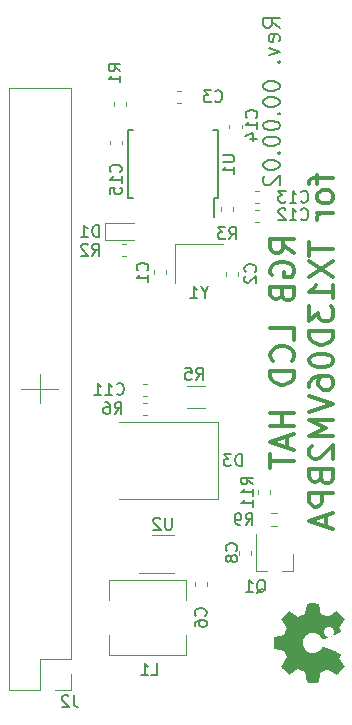
<source format=gbr>
G04 #@! TF.GenerationSoftware,KiCad,Pcbnew,5.1.9+dfsg1-1~bpo10+1*
G04 #@! TF.CreationDate,2021-04-26T12:45:50+00:00*
G04 #@! TF.ProjectId,rgb_lcd_pihat,7267625f-6c63-4645-9f70-696861742e6b,rev?*
G04 #@! TF.SameCoordinates,Original*
G04 #@! TF.FileFunction,Legend,Bot*
G04 #@! TF.FilePolarity,Positive*
%FSLAX46Y46*%
G04 Gerber Fmt 4.6, Leading zero omitted, Abs format (unit mm)*
G04 Created by KiCad (PCBNEW 5.1.9+dfsg1-1~bpo10+1) date 2021-04-26 12:45:50*
%MOMM*%
%LPD*%
G01*
G04 APERTURE LIST*
%ADD10C,0.200000*%
%ADD11C,0.300000*%
%ADD12C,0.010000*%
%ADD13C,0.120000*%
%ADD14C,0.150000*%
%ADD15C,2.000000*%
%ADD16R,0.800000X1.900000*%
%ADD17C,0.600000*%
%ADD18O,0.900000X1.700000*%
%ADD19O,0.900000X2.000000*%
%ADD20R,1.400000X1.200000*%
%ADD21C,3.200000*%
%ADD22R,1.700000X1.700000*%
%ADD23O,1.700000X1.700000*%
%ADD24R,1.500000X2.400000*%
%ADD25C,0.900000*%
%ADD26R,0.450000X1.750000*%
%ADD27R,1.560000X0.650000*%
%ADD28R,2.500000X3.300000*%
G04 APERTURE END LIST*
D10*
X64033333Y-36966666D02*
X63366666Y-36500000D01*
X64033333Y-36166666D02*
X62633333Y-36166666D01*
X62633333Y-36700000D01*
X62700000Y-36833333D01*
X62766666Y-36900000D01*
X62900000Y-36966666D01*
X63100000Y-36966666D01*
X63233333Y-36900000D01*
X63300000Y-36833333D01*
X63366666Y-36700000D01*
X63366666Y-36166666D01*
X63966666Y-38100000D02*
X64033333Y-37966666D01*
X64033333Y-37700000D01*
X63966666Y-37566666D01*
X63833333Y-37500000D01*
X63300000Y-37500000D01*
X63166666Y-37566666D01*
X63100000Y-37700000D01*
X63100000Y-37966666D01*
X63166666Y-38100000D01*
X63300000Y-38166666D01*
X63433333Y-38166666D01*
X63566666Y-37500000D01*
X63100000Y-38633333D02*
X64033333Y-38966666D01*
X63100000Y-39300000D01*
X63900000Y-39833333D02*
X63966666Y-39900000D01*
X64033333Y-39833333D01*
X63966666Y-39766666D01*
X63900000Y-39833333D01*
X64033333Y-39833333D01*
X62633333Y-41833333D02*
X62633333Y-41966666D01*
X62700000Y-42099999D01*
X62766666Y-42166666D01*
X62900000Y-42233333D01*
X63166666Y-42299999D01*
X63500000Y-42299999D01*
X63766666Y-42233333D01*
X63900000Y-42166666D01*
X63966666Y-42099999D01*
X64033333Y-41966666D01*
X64033333Y-41833333D01*
X63966666Y-41699999D01*
X63900000Y-41633333D01*
X63766666Y-41566666D01*
X63500000Y-41499999D01*
X63166666Y-41499999D01*
X62900000Y-41566666D01*
X62766666Y-41633333D01*
X62700000Y-41699999D01*
X62633333Y-41833333D01*
X62633333Y-43166666D02*
X62633333Y-43299999D01*
X62700000Y-43433333D01*
X62766666Y-43499999D01*
X62900000Y-43566666D01*
X63166666Y-43633333D01*
X63500000Y-43633333D01*
X63766666Y-43566666D01*
X63900000Y-43499999D01*
X63966666Y-43433333D01*
X64033333Y-43299999D01*
X64033333Y-43166666D01*
X63966666Y-43033333D01*
X63900000Y-42966666D01*
X63766666Y-42899999D01*
X63500000Y-42833333D01*
X63166666Y-42833333D01*
X62900000Y-42899999D01*
X62766666Y-42966666D01*
X62700000Y-43033333D01*
X62633333Y-43166666D01*
X63900000Y-44233333D02*
X63966666Y-44299999D01*
X64033333Y-44233333D01*
X63966666Y-44166666D01*
X63900000Y-44233333D01*
X64033333Y-44233333D01*
X62633333Y-45166666D02*
X62633333Y-45299999D01*
X62700000Y-45433333D01*
X62766666Y-45499999D01*
X62900000Y-45566666D01*
X63166666Y-45633333D01*
X63500000Y-45633333D01*
X63766666Y-45566666D01*
X63900000Y-45499999D01*
X63966666Y-45433333D01*
X64033333Y-45299999D01*
X64033333Y-45166666D01*
X63966666Y-45033333D01*
X63900000Y-44966666D01*
X63766666Y-44899999D01*
X63500000Y-44833333D01*
X63166666Y-44833333D01*
X62900000Y-44899999D01*
X62766666Y-44966666D01*
X62700000Y-45033333D01*
X62633333Y-45166666D01*
X62633333Y-46499999D02*
X62633333Y-46633333D01*
X62700000Y-46766666D01*
X62766666Y-46833333D01*
X62900000Y-46899999D01*
X63166666Y-46966666D01*
X63500000Y-46966666D01*
X63766666Y-46899999D01*
X63900000Y-46833333D01*
X63966666Y-46766666D01*
X64033333Y-46633333D01*
X64033333Y-46499999D01*
X63966666Y-46366666D01*
X63900000Y-46299999D01*
X63766666Y-46233333D01*
X63500000Y-46166666D01*
X63166666Y-46166666D01*
X62900000Y-46233333D01*
X62766666Y-46299999D01*
X62700000Y-46366666D01*
X62633333Y-46499999D01*
X63900000Y-47566666D02*
X63966666Y-47633333D01*
X64033333Y-47566666D01*
X63966666Y-47499999D01*
X63900000Y-47566666D01*
X64033333Y-47566666D01*
X62633333Y-48499999D02*
X62633333Y-48633333D01*
X62700000Y-48766666D01*
X62766666Y-48833333D01*
X62900000Y-48899999D01*
X63166666Y-48966666D01*
X63500000Y-48966666D01*
X63766666Y-48899999D01*
X63900000Y-48833333D01*
X63966666Y-48766666D01*
X64033333Y-48633333D01*
X64033333Y-48499999D01*
X63966666Y-48366666D01*
X63900000Y-48299999D01*
X63766666Y-48233333D01*
X63500000Y-48166666D01*
X63166666Y-48166666D01*
X62900000Y-48233333D01*
X62766666Y-48299999D01*
X62700000Y-48366666D01*
X62633333Y-48499999D01*
X62766666Y-49499999D02*
X62700000Y-49566666D01*
X62633333Y-49699999D01*
X62633333Y-50033333D01*
X62700000Y-50166666D01*
X62766666Y-50233333D01*
X62900000Y-50299999D01*
X63033333Y-50299999D01*
X63233333Y-50233333D01*
X64033333Y-49433333D01*
X64033333Y-50299999D01*
D11*
X65254761Y-56019047D02*
X64302380Y-55352380D01*
X65254761Y-54876190D02*
X63254761Y-54876190D01*
X63254761Y-55638095D01*
X63350000Y-55828571D01*
X63445238Y-55923809D01*
X63635714Y-56019047D01*
X63921428Y-56019047D01*
X64111904Y-55923809D01*
X64207142Y-55828571D01*
X64302380Y-55638095D01*
X64302380Y-54876190D01*
X63350000Y-57923809D02*
X63254761Y-57733333D01*
X63254761Y-57447619D01*
X63350000Y-57161904D01*
X63540476Y-56971428D01*
X63730952Y-56876190D01*
X64111904Y-56780952D01*
X64397619Y-56780952D01*
X64778571Y-56876190D01*
X64969047Y-56971428D01*
X65159523Y-57161904D01*
X65254761Y-57447619D01*
X65254761Y-57638095D01*
X65159523Y-57923809D01*
X65064285Y-58019047D01*
X64397619Y-58019047D01*
X64397619Y-57638095D01*
X64207142Y-59542857D02*
X64302380Y-59828571D01*
X64397619Y-59923809D01*
X64588095Y-60019047D01*
X64873809Y-60019047D01*
X65064285Y-59923809D01*
X65159523Y-59828571D01*
X65254761Y-59638095D01*
X65254761Y-58876190D01*
X63254761Y-58876190D01*
X63254761Y-59542857D01*
X63350000Y-59733333D01*
X63445238Y-59828571D01*
X63635714Y-59923809D01*
X63826190Y-59923809D01*
X64016666Y-59828571D01*
X64111904Y-59733333D01*
X64207142Y-59542857D01*
X64207142Y-58876190D01*
X65254761Y-63352380D02*
X65254761Y-62400000D01*
X63254761Y-62400000D01*
X65064285Y-65161904D02*
X65159523Y-65066666D01*
X65254761Y-64780952D01*
X65254761Y-64590476D01*
X65159523Y-64304761D01*
X64969047Y-64114285D01*
X64778571Y-64019047D01*
X64397619Y-63923809D01*
X64111904Y-63923809D01*
X63730952Y-64019047D01*
X63540476Y-64114285D01*
X63350000Y-64304761D01*
X63254761Y-64590476D01*
X63254761Y-64780952D01*
X63350000Y-65066666D01*
X63445238Y-65161904D01*
X65254761Y-66019047D02*
X63254761Y-66019047D01*
X63254761Y-66495238D01*
X63350000Y-66780952D01*
X63540476Y-66971428D01*
X63730952Y-67066666D01*
X64111904Y-67161904D01*
X64397619Y-67161904D01*
X64778571Y-67066666D01*
X64969047Y-66971428D01*
X65159523Y-66780952D01*
X65254761Y-66495238D01*
X65254761Y-66019047D01*
X65254761Y-69542857D02*
X63254761Y-69542857D01*
X64207142Y-69542857D02*
X64207142Y-70685714D01*
X65254761Y-70685714D02*
X63254761Y-70685714D01*
X64683333Y-71542857D02*
X64683333Y-72495238D01*
X65254761Y-71352380D02*
X63254761Y-72019047D01*
X65254761Y-72685714D01*
X63254761Y-73066666D02*
X63254761Y-74209523D01*
X65254761Y-73638095D02*
X63254761Y-73638095D01*
X67221428Y-49400000D02*
X67221428Y-50161904D01*
X68554761Y-49685714D02*
X66840476Y-49685714D01*
X66650000Y-49780952D01*
X66554761Y-49971428D01*
X66554761Y-50161904D01*
X68554761Y-51114285D02*
X68459523Y-50923809D01*
X68364285Y-50828571D01*
X68173809Y-50733333D01*
X67602380Y-50733333D01*
X67411904Y-50828571D01*
X67316666Y-50923809D01*
X67221428Y-51114285D01*
X67221428Y-51400000D01*
X67316666Y-51590476D01*
X67411904Y-51685714D01*
X67602380Y-51780952D01*
X68173809Y-51780952D01*
X68364285Y-51685714D01*
X68459523Y-51590476D01*
X68554761Y-51400000D01*
X68554761Y-51114285D01*
X68554761Y-52638095D02*
X67221428Y-52638095D01*
X67602380Y-52638095D02*
X67411904Y-52733333D01*
X67316666Y-52828571D01*
X67221428Y-53019047D01*
X67221428Y-53209523D01*
X66554761Y-55114285D02*
X66554761Y-56257142D01*
X68554761Y-55685714D02*
X66554761Y-55685714D01*
X66554761Y-56733333D02*
X68554761Y-58066666D01*
X66554761Y-58066666D02*
X68554761Y-56733333D01*
X68554761Y-59876190D02*
X68554761Y-58733333D01*
X68554761Y-59304761D02*
X66554761Y-59304761D01*
X66840476Y-59114285D01*
X67030952Y-58923809D01*
X67126190Y-58733333D01*
X66554761Y-60542857D02*
X66554761Y-61780952D01*
X67316666Y-61114285D01*
X67316666Y-61400000D01*
X67411904Y-61590476D01*
X67507142Y-61685714D01*
X67697619Y-61780952D01*
X68173809Y-61780952D01*
X68364285Y-61685714D01*
X68459523Y-61590476D01*
X68554761Y-61400000D01*
X68554761Y-60828571D01*
X68459523Y-60638095D01*
X68364285Y-60542857D01*
X68554761Y-62638095D02*
X66554761Y-62638095D01*
X66554761Y-63114285D01*
X66650000Y-63400000D01*
X66840476Y-63590476D01*
X67030952Y-63685714D01*
X67411904Y-63780952D01*
X67697619Y-63780952D01*
X68078571Y-63685714D01*
X68269047Y-63590476D01*
X68459523Y-63400000D01*
X68554761Y-63114285D01*
X68554761Y-62638095D01*
X66554761Y-65019047D02*
X66554761Y-65209523D01*
X66650000Y-65399999D01*
X66745238Y-65495238D01*
X66935714Y-65590476D01*
X67316666Y-65685714D01*
X67792857Y-65685714D01*
X68173809Y-65590476D01*
X68364285Y-65495238D01*
X68459523Y-65399999D01*
X68554761Y-65209523D01*
X68554761Y-65019047D01*
X68459523Y-64828571D01*
X68364285Y-64733333D01*
X68173809Y-64638095D01*
X67792857Y-64542857D01*
X67316666Y-64542857D01*
X66935714Y-64638095D01*
X66745238Y-64733333D01*
X66650000Y-64828571D01*
X66554761Y-65019047D01*
X66554761Y-67400000D02*
X66554761Y-67019047D01*
X66650000Y-66828571D01*
X66745238Y-66733333D01*
X67030952Y-66542857D01*
X67411904Y-66447619D01*
X68173809Y-66447619D01*
X68364285Y-66542857D01*
X68459523Y-66638095D01*
X68554761Y-66828571D01*
X68554761Y-67209523D01*
X68459523Y-67400000D01*
X68364285Y-67495238D01*
X68173809Y-67590476D01*
X67697619Y-67590476D01*
X67507142Y-67495238D01*
X67411904Y-67400000D01*
X67316666Y-67209523D01*
X67316666Y-66828571D01*
X67411904Y-66638095D01*
X67507142Y-66542857D01*
X67697619Y-66447619D01*
X66554761Y-68161904D02*
X68554761Y-68828571D01*
X66554761Y-69495238D01*
X68554761Y-70161904D02*
X66554761Y-70161904D01*
X67983333Y-70828571D01*
X66554761Y-71495238D01*
X68554761Y-71495238D01*
X66745238Y-72352380D02*
X66650000Y-72447619D01*
X66554761Y-72638095D01*
X66554761Y-73114285D01*
X66650000Y-73304761D01*
X66745238Y-73400000D01*
X66935714Y-73495238D01*
X67126190Y-73495238D01*
X67411904Y-73400000D01*
X68554761Y-72257142D01*
X68554761Y-73495238D01*
X67507142Y-75019047D02*
X67602380Y-75304761D01*
X67697619Y-75400000D01*
X67888095Y-75495238D01*
X68173809Y-75495238D01*
X68364285Y-75400000D01*
X68459523Y-75304761D01*
X68554761Y-75114285D01*
X68554761Y-74352380D01*
X66554761Y-74352380D01*
X66554761Y-75019047D01*
X66650000Y-75209523D01*
X66745238Y-75304761D01*
X66935714Y-75400000D01*
X67126190Y-75400000D01*
X67316666Y-75304761D01*
X67411904Y-75209523D01*
X67507142Y-75019047D01*
X67507142Y-74352380D01*
X68554761Y-76352380D02*
X66554761Y-76352380D01*
X66554761Y-77114285D01*
X66650000Y-77304761D01*
X66745238Y-77400000D01*
X66935714Y-77495238D01*
X67221428Y-77495238D01*
X67411904Y-77400000D01*
X67507142Y-77304761D01*
X67602380Y-77114285D01*
X67602380Y-76352380D01*
X67983333Y-78257142D02*
X67983333Y-79209523D01*
X68554761Y-78066666D02*
X66554761Y-78733333D01*
X68554761Y-79400000D01*
D12*
G36*
X63968931Y-89555814D02*
G01*
X64413555Y-89639635D01*
X64541053Y-89948920D01*
X64668551Y-90258206D01*
X64416246Y-90629246D01*
X64345996Y-90733157D01*
X64283272Y-90827087D01*
X64230938Y-90906652D01*
X64191857Y-90967470D01*
X64168893Y-91005157D01*
X64163942Y-91015421D01*
X64176676Y-91033910D01*
X64211882Y-91073420D01*
X64265062Y-91129522D01*
X64331718Y-91197787D01*
X64407354Y-91273786D01*
X64487472Y-91353092D01*
X64567574Y-91431275D01*
X64643164Y-91503907D01*
X64709745Y-91566559D01*
X64762818Y-91614803D01*
X64797887Y-91644210D01*
X64809623Y-91651241D01*
X64831260Y-91641123D01*
X64878662Y-91612759D01*
X64947193Y-91569129D01*
X65032215Y-91513218D01*
X65129093Y-91448006D01*
X65184350Y-91410219D01*
X65285248Y-91341343D01*
X65376299Y-91280140D01*
X65452970Y-91229578D01*
X65510728Y-91192628D01*
X65545043Y-91172258D01*
X65552254Y-91169197D01*
X65572748Y-91176136D01*
X65620513Y-91195051D01*
X65688832Y-91223087D01*
X65770989Y-91257391D01*
X65860270Y-91295109D01*
X65949958Y-91333387D01*
X66033338Y-91369370D01*
X66103694Y-91400206D01*
X66154310Y-91423039D01*
X66178471Y-91435017D01*
X66179422Y-91435724D01*
X66184036Y-91454531D01*
X66194328Y-91504618D01*
X66209287Y-91580793D01*
X66227901Y-91677865D01*
X66249159Y-91790643D01*
X66261418Y-91856442D01*
X66284362Y-91976950D01*
X66306195Y-92085797D01*
X66325722Y-92177476D01*
X66341748Y-92246481D01*
X66353079Y-92287304D01*
X66356674Y-92295511D01*
X66381006Y-92303548D01*
X66435959Y-92310033D01*
X66515108Y-92314970D01*
X66612026Y-92318364D01*
X66720287Y-92320218D01*
X66833465Y-92320538D01*
X66945135Y-92319327D01*
X67048868Y-92316590D01*
X67138241Y-92312331D01*
X67206826Y-92306555D01*
X67248197Y-92299267D01*
X67256810Y-92294895D01*
X67267133Y-92268764D01*
X67281892Y-92213393D01*
X67299352Y-92136107D01*
X67317780Y-92044230D01*
X67323741Y-92012158D01*
X67352066Y-91857524D01*
X67374876Y-91735375D01*
X67393080Y-91641673D01*
X67407583Y-91572384D01*
X67419292Y-91523471D01*
X67429115Y-91490897D01*
X67437956Y-91470628D01*
X67446724Y-91458626D01*
X67448457Y-91456947D01*
X67476371Y-91440184D01*
X67530695Y-91414614D01*
X67604777Y-91382788D01*
X67691965Y-91347260D01*
X67785608Y-91310583D01*
X67879052Y-91275311D01*
X67965647Y-91243996D01*
X68038740Y-91219193D01*
X68091678Y-91203454D01*
X68117811Y-91199332D01*
X68118726Y-91199676D01*
X68140086Y-91213641D01*
X68187084Y-91245322D01*
X68254827Y-91291391D01*
X68338423Y-91348518D01*
X68432982Y-91413373D01*
X68459854Y-91431843D01*
X68557275Y-91497699D01*
X68646163Y-91555650D01*
X68721412Y-91602538D01*
X68777920Y-91635207D01*
X68810581Y-91650500D01*
X68814593Y-91651241D01*
X68835684Y-91638392D01*
X68877464Y-91602888D01*
X68935445Y-91549293D01*
X69005135Y-91482171D01*
X69082045Y-91406087D01*
X69161683Y-91325604D01*
X69239561Y-91245287D01*
X69311186Y-91169699D01*
X69372070Y-91103405D01*
X69417721Y-91050969D01*
X69443650Y-91016955D01*
X69447883Y-91007545D01*
X69437912Y-90985643D01*
X69411020Y-90940800D01*
X69371736Y-90880321D01*
X69340117Y-90833789D01*
X69282098Y-90749475D01*
X69213784Y-90649626D01*
X69145579Y-90549473D01*
X69109075Y-90495627D01*
X68985800Y-90313371D01*
X69068520Y-90160381D01*
X69104759Y-90090682D01*
X69132926Y-90031414D01*
X69148991Y-89991311D01*
X69151226Y-89981103D01*
X69134722Y-89968829D01*
X69088082Y-89944613D01*
X69015609Y-89910263D01*
X68921606Y-89867588D01*
X68810374Y-89818394D01*
X68686215Y-89764490D01*
X68553432Y-89707684D01*
X68416327Y-89649782D01*
X68279202Y-89592593D01*
X68146358Y-89537924D01*
X68022098Y-89487584D01*
X67910725Y-89443380D01*
X67816539Y-89407119D01*
X67743844Y-89380609D01*
X67696941Y-89365658D01*
X67680833Y-89363254D01*
X67660286Y-89382311D01*
X67626933Y-89424036D01*
X67587702Y-89479706D01*
X67584599Y-89484378D01*
X67469423Y-89628264D01*
X67335053Y-89744283D01*
X67185784Y-89831430D01*
X67025913Y-89888699D01*
X66859737Y-89915086D01*
X66691552Y-89909585D01*
X66525655Y-89871190D01*
X66366342Y-89798895D01*
X66331487Y-89777626D01*
X66190737Y-89666996D01*
X66077714Y-89536302D01*
X65993003Y-89390064D01*
X65937194Y-89232808D01*
X65910874Y-89069057D01*
X65914630Y-88903333D01*
X65949050Y-88740162D01*
X66014723Y-88584065D01*
X66112235Y-88439567D01*
X66151813Y-88394869D01*
X66275703Y-88281112D01*
X66406124Y-88198218D01*
X66552315Y-88141356D01*
X66697088Y-88109687D01*
X66859860Y-88101869D01*
X67023440Y-88127938D01*
X67182298Y-88185245D01*
X67330906Y-88271144D01*
X67463735Y-88382986D01*
X67575256Y-88518123D01*
X67587011Y-88535883D01*
X67625508Y-88592150D01*
X67658863Y-88634923D01*
X67680160Y-88655372D01*
X67680833Y-88655669D01*
X67703871Y-88651279D01*
X67756157Y-88633876D01*
X67833390Y-88605268D01*
X67931268Y-88567265D01*
X68045491Y-88521674D01*
X68171758Y-88470303D01*
X68305767Y-88414962D01*
X68443218Y-88357458D01*
X68579808Y-88299601D01*
X68711237Y-88243198D01*
X68833205Y-88190058D01*
X68941409Y-88141990D01*
X69031549Y-88100801D01*
X69099323Y-88068301D01*
X69140430Y-88046297D01*
X69151226Y-88037436D01*
X69142819Y-88010360D01*
X69120272Y-87959697D01*
X69087613Y-87894183D01*
X69068520Y-87858159D01*
X68985800Y-87705168D01*
X69109075Y-87522912D01*
X69172228Y-87429875D01*
X69241727Y-87328015D01*
X69307165Y-87232562D01*
X69340117Y-87184750D01*
X69385273Y-87117505D01*
X69421057Y-87060564D01*
X69442938Y-87021354D01*
X69447563Y-87008619D01*
X69435085Y-86990083D01*
X69400252Y-86949059D01*
X69346678Y-86889525D01*
X69277983Y-86815458D01*
X69197781Y-86730835D01*
X69146286Y-86677315D01*
X69054286Y-86583681D01*
X68971999Y-86502759D01*
X68902945Y-86437823D01*
X68850644Y-86392142D01*
X68818616Y-86368989D01*
X68812116Y-86366768D01*
X68787394Y-86377076D01*
X68737405Y-86405561D01*
X68667212Y-86449063D01*
X68581875Y-86504423D01*
X68486456Y-86568480D01*
X68459854Y-86586697D01*
X68363167Y-86653073D01*
X68276117Y-86712622D01*
X68203595Y-86762016D01*
X68150493Y-86797925D01*
X68121703Y-86817019D01*
X68118726Y-86818864D01*
X68095782Y-86816105D01*
X68045336Y-86801462D01*
X67974041Y-86777487D01*
X67888547Y-86746734D01*
X67795507Y-86711756D01*
X67701574Y-86675107D01*
X67613399Y-86639339D01*
X67537634Y-86607006D01*
X67480931Y-86580662D01*
X67449943Y-86562858D01*
X67448457Y-86561593D01*
X67439601Y-86550706D01*
X67430843Y-86532318D01*
X67421277Y-86502394D01*
X67409996Y-86456897D01*
X67396093Y-86391791D01*
X67378663Y-86303039D01*
X67356798Y-86186607D01*
X67329591Y-86038458D01*
X67323741Y-86006382D01*
X67305374Y-85911314D01*
X67287405Y-85828435D01*
X67271569Y-85765070D01*
X67259600Y-85728542D01*
X67256810Y-85723644D01*
X67232072Y-85715573D01*
X67176790Y-85709013D01*
X67097389Y-85703967D01*
X67000296Y-85700441D01*
X66891938Y-85698439D01*
X66778740Y-85697964D01*
X66667128Y-85699023D01*
X66563529Y-85701618D01*
X66474368Y-85705754D01*
X66406072Y-85711437D01*
X66365066Y-85718669D01*
X66356674Y-85723029D01*
X66348208Y-85747302D01*
X66334435Y-85802574D01*
X66316550Y-85883338D01*
X66295748Y-85984088D01*
X66273223Y-86099317D01*
X66261418Y-86162098D01*
X66239151Y-86281213D01*
X66218979Y-86387435D01*
X66201915Y-86475573D01*
X66188969Y-86540434D01*
X66181155Y-86576826D01*
X66179422Y-86582816D01*
X66159890Y-86592939D01*
X66112843Y-86614338D01*
X66045003Y-86644161D01*
X65963091Y-86679555D01*
X65873828Y-86717668D01*
X65783935Y-86755647D01*
X65700135Y-86790640D01*
X65629147Y-86819794D01*
X65577694Y-86840257D01*
X65552497Y-86849177D01*
X65551396Y-86849343D01*
X65531519Y-86839231D01*
X65485777Y-86810883D01*
X65418717Y-86767277D01*
X65334884Y-86711394D01*
X65238826Y-86646213D01*
X65183650Y-86608321D01*
X65082481Y-86539275D01*
X64990630Y-86477950D01*
X64912744Y-86427337D01*
X64853469Y-86390429D01*
X64817451Y-86370218D01*
X64809377Y-86367299D01*
X64790584Y-86379847D01*
X64750457Y-86414537D01*
X64693493Y-86466937D01*
X64624185Y-86532616D01*
X64547031Y-86607144D01*
X64466525Y-86686087D01*
X64387163Y-86765017D01*
X64313440Y-86839500D01*
X64249852Y-86905106D01*
X64200894Y-86957404D01*
X64171061Y-86991961D01*
X64163942Y-87003522D01*
X64173953Y-87022346D01*
X64202078Y-87067369D01*
X64245454Y-87134213D01*
X64301218Y-87218501D01*
X64366506Y-87315856D01*
X64416246Y-87389293D01*
X64668551Y-87760333D01*
X64413555Y-88378905D01*
X63968931Y-88462725D01*
X63524307Y-88546546D01*
X63524307Y-89471994D01*
X63968931Y-89555814D01*
G37*
X63968931Y-89555814D02*
X64413555Y-89639635D01*
X64541053Y-89948920D01*
X64668551Y-90258206D01*
X64416246Y-90629246D01*
X64345996Y-90733157D01*
X64283272Y-90827087D01*
X64230938Y-90906652D01*
X64191857Y-90967470D01*
X64168893Y-91005157D01*
X64163942Y-91015421D01*
X64176676Y-91033910D01*
X64211882Y-91073420D01*
X64265062Y-91129522D01*
X64331718Y-91197787D01*
X64407354Y-91273786D01*
X64487472Y-91353092D01*
X64567574Y-91431275D01*
X64643164Y-91503907D01*
X64709745Y-91566559D01*
X64762818Y-91614803D01*
X64797887Y-91644210D01*
X64809623Y-91651241D01*
X64831260Y-91641123D01*
X64878662Y-91612759D01*
X64947193Y-91569129D01*
X65032215Y-91513218D01*
X65129093Y-91448006D01*
X65184350Y-91410219D01*
X65285248Y-91341343D01*
X65376299Y-91280140D01*
X65452970Y-91229578D01*
X65510728Y-91192628D01*
X65545043Y-91172258D01*
X65552254Y-91169197D01*
X65572748Y-91176136D01*
X65620513Y-91195051D01*
X65688832Y-91223087D01*
X65770989Y-91257391D01*
X65860270Y-91295109D01*
X65949958Y-91333387D01*
X66033338Y-91369370D01*
X66103694Y-91400206D01*
X66154310Y-91423039D01*
X66178471Y-91435017D01*
X66179422Y-91435724D01*
X66184036Y-91454531D01*
X66194328Y-91504618D01*
X66209287Y-91580793D01*
X66227901Y-91677865D01*
X66249159Y-91790643D01*
X66261418Y-91856442D01*
X66284362Y-91976950D01*
X66306195Y-92085797D01*
X66325722Y-92177476D01*
X66341748Y-92246481D01*
X66353079Y-92287304D01*
X66356674Y-92295511D01*
X66381006Y-92303548D01*
X66435959Y-92310033D01*
X66515108Y-92314970D01*
X66612026Y-92318364D01*
X66720287Y-92320218D01*
X66833465Y-92320538D01*
X66945135Y-92319327D01*
X67048868Y-92316590D01*
X67138241Y-92312331D01*
X67206826Y-92306555D01*
X67248197Y-92299267D01*
X67256810Y-92294895D01*
X67267133Y-92268764D01*
X67281892Y-92213393D01*
X67299352Y-92136107D01*
X67317780Y-92044230D01*
X67323741Y-92012158D01*
X67352066Y-91857524D01*
X67374876Y-91735375D01*
X67393080Y-91641673D01*
X67407583Y-91572384D01*
X67419292Y-91523471D01*
X67429115Y-91490897D01*
X67437956Y-91470628D01*
X67446724Y-91458626D01*
X67448457Y-91456947D01*
X67476371Y-91440184D01*
X67530695Y-91414614D01*
X67604777Y-91382788D01*
X67691965Y-91347260D01*
X67785608Y-91310583D01*
X67879052Y-91275311D01*
X67965647Y-91243996D01*
X68038740Y-91219193D01*
X68091678Y-91203454D01*
X68117811Y-91199332D01*
X68118726Y-91199676D01*
X68140086Y-91213641D01*
X68187084Y-91245322D01*
X68254827Y-91291391D01*
X68338423Y-91348518D01*
X68432982Y-91413373D01*
X68459854Y-91431843D01*
X68557275Y-91497699D01*
X68646163Y-91555650D01*
X68721412Y-91602538D01*
X68777920Y-91635207D01*
X68810581Y-91650500D01*
X68814593Y-91651241D01*
X68835684Y-91638392D01*
X68877464Y-91602888D01*
X68935445Y-91549293D01*
X69005135Y-91482171D01*
X69082045Y-91406087D01*
X69161683Y-91325604D01*
X69239561Y-91245287D01*
X69311186Y-91169699D01*
X69372070Y-91103405D01*
X69417721Y-91050969D01*
X69443650Y-91016955D01*
X69447883Y-91007545D01*
X69437912Y-90985643D01*
X69411020Y-90940800D01*
X69371736Y-90880321D01*
X69340117Y-90833789D01*
X69282098Y-90749475D01*
X69213784Y-90649626D01*
X69145579Y-90549473D01*
X69109075Y-90495627D01*
X68985800Y-90313371D01*
X69068520Y-90160381D01*
X69104759Y-90090682D01*
X69132926Y-90031414D01*
X69148991Y-89991311D01*
X69151226Y-89981103D01*
X69134722Y-89968829D01*
X69088082Y-89944613D01*
X69015609Y-89910263D01*
X68921606Y-89867588D01*
X68810374Y-89818394D01*
X68686215Y-89764490D01*
X68553432Y-89707684D01*
X68416327Y-89649782D01*
X68279202Y-89592593D01*
X68146358Y-89537924D01*
X68022098Y-89487584D01*
X67910725Y-89443380D01*
X67816539Y-89407119D01*
X67743844Y-89380609D01*
X67696941Y-89365658D01*
X67680833Y-89363254D01*
X67660286Y-89382311D01*
X67626933Y-89424036D01*
X67587702Y-89479706D01*
X67584599Y-89484378D01*
X67469423Y-89628264D01*
X67335053Y-89744283D01*
X67185784Y-89831430D01*
X67025913Y-89888699D01*
X66859737Y-89915086D01*
X66691552Y-89909585D01*
X66525655Y-89871190D01*
X66366342Y-89798895D01*
X66331487Y-89777626D01*
X66190737Y-89666996D01*
X66077714Y-89536302D01*
X65993003Y-89390064D01*
X65937194Y-89232808D01*
X65910874Y-89069057D01*
X65914630Y-88903333D01*
X65949050Y-88740162D01*
X66014723Y-88584065D01*
X66112235Y-88439567D01*
X66151813Y-88394869D01*
X66275703Y-88281112D01*
X66406124Y-88198218D01*
X66552315Y-88141356D01*
X66697088Y-88109687D01*
X66859860Y-88101869D01*
X67023440Y-88127938D01*
X67182298Y-88185245D01*
X67330906Y-88271144D01*
X67463735Y-88382986D01*
X67575256Y-88518123D01*
X67587011Y-88535883D01*
X67625508Y-88592150D01*
X67658863Y-88634923D01*
X67680160Y-88655372D01*
X67680833Y-88655669D01*
X67703871Y-88651279D01*
X67756157Y-88633876D01*
X67833390Y-88605268D01*
X67931268Y-88567265D01*
X68045491Y-88521674D01*
X68171758Y-88470303D01*
X68305767Y-88414962D01*
X68443218Y-88357458D01*
X68579808Y-88299601D01*
X68711237Y-88243198D01*
X68833205Y-88190058D01*
X68941409Y-88141990D01*
X69031549Y-88100801D01*
X69099323Y-88068301D01*
X69140430Y-88046297D01*
X69151226Y-88037436D01*
X69142819Y-88010360D01*
X69120272Y-87959697D01*
X69087613Y-87894183D01*
X69068520Y-87858159D01*
X68985800Y-87705168D01*
X69109075Y-87522912D01*
X69172228Y-87429875D01*
X69241727Y-87328015D01*
X69307165Y-87232562D01*
X69340117Y-87184750D01*
X69385273Y-87117505D01*
X69421057Y-87060564D01*
X69442938Y-87021354D01*
X69447563Y-87008619D01*
X69435085Y-86990083D01*
X69400252Y-86949059D01*
X69346678Y-86889525D01*
X69277983Y-86815458D01*
X69197781Y-86730835D01*
X69146286Y-86677315D01*
X69054286Y-86583681D01*
X68971999Y-86502759D01*
X68902945Y-86437823D01*
X68850644Y-86392142D01*
X68818616Y-86368989D01*
X68812116Y-86366768D01*
X68787394Y-86377076D01*
X68737405Y-86405561D01*
X68667212Y-86449063D01*
X68581875Y-86504423D01*
X68486456Y-86568480D01*
X68459854Y-86586697D01*
X68363167Y-86653073D01*
X68276117Y-86712622D01*
X68203595Y-86762016D01*
X68150493Y-86797925D01*
X68121703Y-86817019D01*
X68118726Y-86818864D01*
X68095782Y-86816105D01*
X68045336Y-86801462D01*
X67974041Y-86777487D01*
X67888547Y-86746734D01*
X67795507Y-86711756D01*
X67701574Y-86675107D01*
X67613399Y-86639339D01*
X67537634Y-86607006D01*
X67480931Y-86580662D01*
X67449943Y-86562858D01*
X67448457Y-86561593D01*
X67439601Y-86550706D01*
X67430843Y-86532318D01*
X67421277Y-86502394D01*
X67409996Y-86456897D01*
X67396093Y-86391791D01*
X67378663Y-86303039D01*
X67356798Y-86186607D01*
X67329591Y-86038458D01*
X67323741Y-86006382D01*
X67305374Y-85911314D01*
X67287405Y-85828435D01*
X67271569Y-85765070D01*
X67259600Y-85728542D01*
X67256810Y-85723644D01*
X67232072Y-85715573D01*
X67176790Y-85709013D01*
X67097389Y-85703967D01*
X67000296Y-85700441D01*
X66891938Y-85698439D01*
X66778740Y-85697964D01*
X66667128Y-85699023D01*
X66563529Y-85701618D01*
X66474368Y-85705754D01*
X66406072Y-85711437D01*
X66365066Y-85718669D01*
X66356674Y-85723029D01*
X66348208Y-85747302D01*
X66334435Y-85802574D01*
X66316550Y-85883338D01*
X66295748Y-85984088D01*
X66273223Y-86099317D01*
X66261418Y-86162098D01*
X66239151Y-86281213D01*
X66218979Y-86387435D01*
X66201915Y-86475573D01*
X66188969Y-86540434D01*
X66181155Y-86576826D01*
X66179422Y-86582816D01*
X66159890Y-86592939D01*
X66112843Y-86614338D01*
X66045003Y-86644161D01*
X65963091Y-86679555D01*
X65873828Y-86717668D01*
X65783935Y-86755647D01*
X65700135Y-86790640D01*
X65629147Y-86819794D01*
X65577694Y-86840257D01*
X65552497Y-86849177D01*
X65551396Y-86849343D01*
X65531519Y-86839231D01*
X65485777Y-86810883D01*
X65418717Y-86767277D01*
X65334884Y-86711394D01*
X65238826Y-86646213D01*
X65183650Y-86608321D01*
X65082481Y-86539275D01*
X64990630Y-86477950D01*
X64912744Y-86427337D01*
X64853469Y-86390429D01*
X64817451Y-86370218D01*
X64809377Y-86367299D01*
X64790584Y-86379847D01*
X64750457Y-86414537D01*
X64693493Y-86466937D01*
X64624185Y-86532616D01*
X64547031Y-86607144D01*
X64466525Y-86686087D01*
X64387163Y-86765017D01*
X64313440Y-86839500D01*
X64249852Y-86905106D01*
X64200894Y-86957404D01*
X64171061Y-86991961D01*
X64163942Y-87003522D01*
X64173953Y-87022346D01*
X64202078Y-87067369D01*
X64245454Y-87134213D01*
X64301218Y-87218501D01*
X64366506Y-87315856D01*
X64416246Y-87389293D01*
X64668551Y-87760333D01*
X64413555Y-88378905D01*
X63968931Y-88462725D01*
X63524307Y-88546546D01*
X63524307Y-89471994D01*
X63968931Y-89555814D01*
D13*
X56222936Y-67290000D02*
X57677064Y-67290000D01*
X56222936Y-69110000D02*
X57677064Y-69110000D01*
X63260000Y-76078733D02*
X63260000Y-76421267D01*
X62240000Y-76078733D02*
X62240000Y-76421267D01*
X63345276Y-79122500D02*
X63854724Y-79122500D01*
X63345276Y-78077500D02*
X63854724Y-78077500D01*
X65180000Y-82960000D02*
X64250000Y-82960000D01*
X62020000Y-82960000D02*
X62950000Y-82960000D01*
X62020000Y-82960000D02*
X62020000Y-79800000D01*
X65180000Y-82960000D02*
X65180000Y-81500000D01*
X51010000Y-43546267D02*
X51010000Y-43203733D01*
X49990000Y-43546267D02*
X49990000Y-43203733D01*
X55200000Y-58600000D02*
X55200000Y-55300000D01*
X55200000Y-55300000D02*
X59200000Y-55300000D01*
X43750000Y-68760000D02*
X43750000Y-66260000D01*
X42100000Y-67510000D02*
X45300000Y-67510000D01*
X45000000Y-92990000D02*
X46330000Y-92990000D01*
X46330000Y-92990000D02*
X46330000Y-91660000D01*
X43730000Y-92990000D02*
X43730000Y-90390000D01*
X43730000Y-90390000D02*
X46330000Y-90390000D01*
X46330000Y-90390000D02*
X46330000Y-42070000D01*
X41130000Y-42070000D02*
X46330000Y-42070000D01*
X41130000Y-92990000D02*
X41130000Y-42070000D01*
X41130000Y-92990000D02*
X43730000Y-92990000D01*
X52846267Y-67090000D02*
X52503733Y-67090000D01*
X52846267Y-68110000D02*
X52503733Y-68110000D01*
X53390000Y-57503733D02*
X53390000Y-57846267D01*
X54410000Y-57503733D02*
X54410000Y-57846267D01*
X59490000Y-57603733D02*
X59490000Y-57946267D01*
X60510000Y-57603733D02*
X60510000Y-57946267D01*
X55353733Y-42290000D02*
X55696267Y-42290000D01*
X55353733Y-43310000D02*
X55696267Y-43310000D01*
X57910000Y-83853733D02*
X57910000Y-84196267D01*
X56890000Y-83853733D02*
X56890000Y-84196267D01*
X60590000Y-81253733D02*
X60590000Y-81596267D01*
X61610000Y-81253733D02*
X61610000Y-81596267D01*
X51725000Y-54935000D02*
X49265000Y-54935000D01*
X49265000Y-54935000D02*
X49265000Y-53465000D01*
X49265000Y-53465000D02*
X51725000Y-53465000D01*
X49550000Y-83700000D02*
X49550000Y-85400000D01*
X56150000Y-83700000D02*
X49550000Y-83700000D01*
X56150000Y-85400000D02*
X56150000Y-83700000D01*
X56150000Y-90100000D02*
X56150000Y-88400000D01*
X49550000Y-90100000D02*
X56150000Y-90100000D01*
X49550000Y-88400000D02*
X49550000Y-90100000D01*
X51046267Y-55290000D02*
X50703733Y-55290000D01*
X51046267Y-56310000D02*
X50703733Y-56310000D01*
X60110000Y-52496267D02*
X60110000Y-52153733D01*
X59090000Y-52496267D02*
X59090000Y-52153733D01*
X52846267Y-68690000D02*
X52503733Y-68690000D01*
X52846267Y-69710000D02*
X52503733Y-69710000D01*
D14*
X58475000Y-51375000D02*
X58475000Y-52975000D01*
X51175000Y-51375000D02*
X51175000Y-45625000D01*
X58825000Y-51375000D02*
X58825000Y-45625000D01*
X51175000Y-51375000D02*
X51625000Y-51375000D01*
X51175000Y-45625000D02*
X51625000Y-45625000D01*
X58825000Y-45625000D02*
X58375000Y-45625000D01*
X58825000Y-51375000D02*
X58475000Y-51375000D01*
D13*
X55050000Y-83160000D02*
X52100000Y-83160000D01*
X53250000Y-79940000D02*
X55050000Y-79940000D01*
X58800000Y-70350000D02*
X50400000Y-70350000D01*
X58800000Y-76850000D02*
X50400000Y-76850000D01*
X58800000Y-76850000D02*
X58800000Y-70350000D01*
X62246267Y-53410000D02*
X61953733Y-53410000D01*
X62246267Y-52390000D02*
X61953733Y-52390000D01*
X62246267Y-50790000D02*
X61953733Y-50790000D01*
X62246267Y-51810000D02*
X61953733Y-51810000D01*
X59790000Y-45153733D02*
X59790000Y-45446267D01*
X60810000Y-45153733D02*
X60810000Y-45446267D01*
X49690000Y-46808767D02*
X49690000Y-46516233D01*
X50710000Y-46808767D02*
X50710000Y-46516233D01*
D14*
X56966666Y-66752380D02*
X57300000Y-66276190D01*
X57538095Y-66752380D02*
X57538095Y-65752380D01*
X57157142Y-65752380D01*
X57061904Y-65800000D01*
X57014285Y-65847619D01*
X56966666Y-65942857D01*
X56966666Y-66085714D01*
X57014285Y-66180952D01*
X57061904Y-66228571D01*
X57157142Y-66276190D01*
X57538095Y-66276190D01*
X56061904Y-65752380D02*
X56538095Y-65752380D01*
X56585714Y-66228571D01*
X56538095Y-66180952D01*
X56442857Y-66133333D01*
X56204761Y-66133333D01*
X56109523Y-66180952D01*
X56061904Y-66228571D01*
X56014285Y-66323809D01*
X56014285Y-66561904D01*
X56061904Y-66657142D01*
X56109523Y-66704761D01*
X56204761Y-66752380D01*
X56442857Y-66752380D01*
X56538095Y-66704761D01*
X56585714Y-66657142D01*
X61772380Y-75607142D02*
X61296190Y-75273809D01*
X61772380Y-75035714D02*
X60772380Y-75035714D01*
X60772380Y-75416666D01*
X60820000Y-75511904D01*
X60867619Y-75559523D01*
X60962857Y-75607142D01*
X61105714Y-75607142D01*
X61200952Y-75559523D01*
X61248571Y-75511904D01*
X61296190Y-75416666D01*
X61296190Y-75035714D01*
X61772380Y-76559523D02*
X61772380Y-75988095D01*
X61772380Y-76273809D02*
X60772380Y-76273809D01*
X60915238Y-76178571D01*
X61010476Y-76083333D01*
X61058095Y-75988095D01*
X61772380Y-77511904D02*
X61772380Y-76940476D01*
X61772380Y-77226190D02*
X60772380Y-77226190D01*
X60915238Y-77130952D01*
X61010476Y-77035714D01*
X61058095Y-76940476D01*
X61166666Y-79052380D02*
X61500000Y-78576190D01*
X61738095Y-79052380D02*
X61738095Y-78052380D01*
X61357142Y-78052380D01*
X61261904Y-78100000D01*
X61214285Y-78147619D01*
X61166666Y-78242857D01*
X61166666Y-78385714D01*
X61214285Y-78480952D01*
X61261904Y-78528571D01*
X61357142Y-78576190D01*
X61738095Y-78576190D01*
X60690476Y-79052380D02*
X60500000Y-79052380D01*
X60404761Y-79004761D01*
X60357142Y-78957142D01*
X60261904Y-78814285D01*
X60214285Y-78623809D01*
X60214285Y-78242857D01*
X60261904Y-78147619D01*
X60309523Y-78100000D01*
X60404761Y-78052380D01*
X60595238Y-78052380D01*
X60690476Y-78100000D01*
X60738095Y-78147619D01*
X60785714Y-78242857D01*
X60785714Y-78480952D01*
X60738095Y-78576190D01*
X60690476Y-78623809D01*
X60595238Y-78671428D01*
X60404761Y-78671428D01*
X60309523Y-78623809D01*
X60261904Y-78576190D01*
X60214285Y-78480952D01*
X62095238Y-84797619D02*
X62190476Y-84750000D01*
X62285714Y-84654761D01*
X62428571Y-84511904D01*
X62523809Y-84464285D01*
X62619047Y-84464285D01*
X62571428Y-84702380D02*
X62666666Y-84654761D01*
X62761904Y-84559523D01*
X62809523Y-84369047D01*
X62809523Y-84035714D01*
X62761904Y-83845238D01*
X62666666Y-83750000D01*
X62571428Y-83702380D01*
X62380952Y-83702380D01*
X62285714Y-83750000D01*
X62190476Y-83845238D01*
X62142857Y-84035714D01*
X62142857Y-84369047D01*
X62190476Y-84559523D01*
X62285714Y-84654761D01*
X62380952Y-84702380D01*
X62571428Y-84702380D01*
X61190476Y-84702380D02*
X61761904Y-84702380D01*
X61476190Y-84702380D02*
X61476190Y-83702380D01*
X61571428Y-83845238D01*
X61666666Y-83940476D01*
X61761904Y-83988095D01*
X50552380Y-40633333D02*
X50076190Y-40300000D01*
X50552380Y-40061904D02*
X49552380Y-40061904D01*
X49552380Y-40442857D01*
X49600000Y-40538095D01*
X49647619Y-40585714D01*
X49742857Y-40633333D01*
X49885714Y-40633333D01*
X49980952Y-40585714D01*
X50028571Y-40538095D01*
X50076190Y-40442857D01*
X50076190Y-40061904D01*
X50552380Y-41585714D02*
X50552380Y-41014285D01*
X50552380Y-41300000D02*
X49552380Y-41300000D01*
X49695238Y-41204761D01*
X49790476Y-41109523D01*
X49838095Y-41014285D01*
X57676190Y-59376190D02*
X57676190Y-59852380D01*
X58009523Y-58852380D02*
X57676190Y-59376190D01*
X57342857Y-58852380D01*
X56485714Y-59852380D02*
X57057142Y-59852380D01*
X56771428Y-59852380D02*
X56771428Y-58852380D01*
X56866666Y-58995238D01*
X56961904Y-59090476D01*
X57057142Y-59138095D01*
X46583333Y-93452380D02*
X46583333Y-94166666D01*
X46630952Y-94309523D01*
X46726190Y-94404761D01*
X46869047Y-94452380D01*
X46964285Y-94452380D01*
X46154761Y-93547619D02*
X46107142Y-93500000D01*
X46011904Y-93452380D01*
X45773809Y-93452380D01*
X45678571Y-93500000D01*
X45630952Y-93547619D01*
X45583333Y-93642857D01*
X45583333Y-93738095D01*
X45630952Y-93880952D01*
X46202380Y-94452380D01*
X45583333Y-94452380D01*
X50242857Y-67957142D02*
X50290476Y-68004761D01*
X50433333Y-68052380D01*
X50528571Y-68052380D01*
X50671428Y-68004761D01*
X50766666Y-67909523D01*
X50814285Y-67814285D01*
X50861904Y-67623809D01*
X50861904Y-67480952D01*
X50814285Y-67290476D01*
X50766666Y-67195238D01*
X50671428Y-67100000D01*
X50528571Y-67052380D01*
X50433333Y-67052380D01*
X50290476Y-67100000D01*
X50242857Y-67147619D01*
X49290476Y-68052380D02*
X49861904Y-68052380D01*
X49576190Y-68052380D02*
X49576190Y-67052380D01*
X49671428Y-67195238D01*
X49766666Y-67290476D01*
X49861904Y-67338095D01*
X48338095Y-68052380D02*
X48909523Y-68052380D01*
X48623809Y-68052380D02*
X48623809Y-67052380D01*
X48719047Y-67195238D01*
X48814285Y-67290476D01*
X48909523Y-67338095D01*
X52827142Y-57508333D02*
X52874761Y-57460714D01*
X52922380Y-57317857D01*
X52922380Y-57222619D01*
X52874761Y-57079761D01*
X52779523Y-56984523D01*
X52684285Y-56936904D01*
X52493809Y-56889285D01*
X52350952Y-56889285D01*
X52160476Y-56936904D01*
X52065238Y-56984523D01*
X51970000Y-57079761D01*
X51922380Y-57222619D01*
X51922380Y-57317857D01*
X51970000Y-57460714D01*
X52017619Y-57508333D01*
X52922380Y-58460714D02*
X52922380Y-57889285D01*
X52922380Y-58175000D02*
X51922380Y-58175000D01*
X52065238Y-58079761D01*
X52160476Y-57984523D01*
X52208095Y-57889285D01*
X61957142Y-57608333D02*
X62004761Y-57560714D01*
X62052380Y-57417857D01*
X62052380Y-57322619D01*
X62004761Y-57179761D01*
X61909523Y-57084523D01*
X61814285Y-57036904D01*
X61623809Y-56989285D01*
X61480952Y-56989285D01*
X61290476Y-57036904D01*
X61195238Y-57084523D01*
X61100000Y-57179761D01*
X61052380Y-57322619D01*
X61052380Y-57417857D01*
X61100000Y-57560714D01*
X61147619Y-57608333D01*
X61147619Y-57989285D02*
X61100000Y-58036904D01*
X61052380Y-58132142D01*
X61052380Y-58370238D01*
X61100000Y-58465476D01*
X61147619Y-58513095D01*
X61242857Y-58560714D01*
X61338095Y-58560714D01*
X61480952Y-58513095D01*
X62052380Y-57941666D01*
X62052380Y-58560714D01*
X58566666Y-43157142D02*
X58614285Y-43204761D01*
X58757142Y-43252380D01*
X58852380Y-43252380D01*
X58995238Y-43204761D01*
X59090476Y-43109523D01*
X59138095Y-43014285D01*
X59185714Y-42823809D01*
X59185714Y-42680952D01*
X59138095Y-42490476D01*
X59090476Y-42395238D01*
X58995238Y-42300000D01*
X58852380Y-42252380D01*
X58757142Y-42252380D01*
X58614285Y-42300000D01*
X58566666Y-42347619D01*
X58233333Y-42252380D02*
X57614285Y-42252380D01*
X57947619Y-42633333D01*
X57804761Y-42633333D01*
X57709523Y-42680952D01*
X57661904Y-42728571D01*
X57614285Y-42823809D01*
X57614285Y-43061904D01*
X57661904Y-43157142D01*
X57709523Y-43204761D01*
X57804761Y-43252380D01*
X58090476Y-43252380D01*
X58185714Y-43204761D01*
X58233333Y-43157142D01*
X57757142Y-86733333D02*
X57804761Y-86685714D01*
X57852380Y-86542857D01*
X57852380Y-86447619D01*
X57804761Y-86304761D01*
X57709523Y-86209523D01*
X57614285Y-86161904D01*
X57423809Y-86114285D01*
X57280952Y-86114285D01*
X57090476Y-86161904D01*
X56995238Y-86209523D01*
X56900000Y-86304761D01*
X56852380Y-86447619D01*
X56852380Y-86542857D01*
X56900000Y-86685714D01*
X56947619Y-86733333D01*
X56852380Y-87590476D02*
X56852380Y-87400000D01*
X56900000Y-87304761D01*
X56947619Y-87257142D01*
X57090476Y-87161904D01*
X57280952Y-87114285D01*
X57661904Y-87114285D01*
X57757142Y-87161904D01*
X57804761Y-87209523D01*
X57852380Y-87304761D01*
X57852380Y-87495238D01*
X57804761Y-87590476D01*
X57757142Y-87638095D01*
X57661904Y-87685714D01*
X57423809Y-87685714D01*
X57328571Y-87638095D01*
X57280952Y-87590476D01*
X57233333Y-87495238D01*
X57233333Y-87304761D01*
X57280952Y-87209523D01*
X57328571Y-87161904D01*
X57423809Y-87114285D01*
X60357142Y-81233333D02*
X60404761Y-81185714D01*
X60452380Y-81042857D01*
X60452380Y-80947619D01*
X60404761Y-80804761D01*
X60309523Y-80709523D01*
X60214285Y-80661904D01*
X60023809Y-80614285D01*
X59880952Y-80614285D01*
X59690476Y-80661904D01*
X59595238Y-80709523D01*
X59500000Y-80804761D01*
X59452380Y-80947619D01*
X59452380Y-81042857D01*
X59500000Y-81185714D01*
X59547619Y-81233333D01*
X59880952Y-81804761D02*
X59833333Y-81709523D01*
X59785714Y-81661904D01*
X59690476Y-81614285D01*
X59642857Y-81614285D01*
X59547619Y-81661904D01*
X59500000Y-81709523D01*
X59452380Y-81804761D01*
X59452380Y-81995238D01*
X59500000Y-82090476D01*
X59547619Y-82138095D01*
X59642857Y-82185714D01*
X59690476Y-82185714D01*
X59785714Y-82138095D01*
X59833333Y-82090476D01*
X59880952Y-81995238D01*
X59880952Y-81804761D01*
X59928571Y-81709523D01*
X59976190Y-81661904D01*
X60071428Y-81614285D01*
X60261904Y-81614285D01*
X60357142Y-81661904D01*
X60404761Y-81709523D01*
X60452380Y-81804761D01*
X60452380Y-81995238D01*
X60404761Y-82090476D01*
X60357142Y-82138095D01*
X60261904Y-82185714D01*
X60071428Y-82185714D01*
X59976190Y-82138095D01*
X59928571Y-82090476D01*
X59880952Y-81995238D01*
X48738095Y-54652380D02*
X48738095Y-53652380D01*
X48500000Y-53652380D01*
X48357142Y-53700000D01*
X48261904Y-53795238D01*
X48214285Y-53890476D01*
X48166666Y-54080952D01*
X48166666Y-54223809D01*
X48214285Y-54414285D01*
X48261904Y-54509523D01*
X48357142Y-54604761D01*
X48500000Y-54652380D01*
X48738095Y-54652380D01*
X47214285Y-54652380D02*
X47785714Y-54652380D01*
X47500000Y-54652380D02*
X47500000Y-53652380D01*
X47595238Y-53795238D01*
X47690476Y-53890476D01*
X47785714Y-53938095D01*
X53166666Y-91752380D02*
X53642857Y-91752380D01*
X53642857Y-90752380D01*
X52309523Y-91752380D02*
X52880952Y-91752380D01*
X52595238Y-91752380D02*
X52595238Y-90752380D01*
X52690476Y-90895238D01*
X52785714Y-90990476D01*
X52880952Y-91038095D01*
X48166666Y-56252380D02*
X48500000Y-55776190D01*
X48738095Y-56252380D02*
X48738095Y-55252380D01*
X48357142Y-55252380D01*
X48261904Y-55300000D01*
X48214285Y-55347619D01*
X48166666Y-55442857D01*
X48166666Y-55585714D01*
X48214285Y-55680952D01*
X48261904Y-55728571D01*
X48357142Y-55776190D01*
X48738095Y-55776190D01*
X47785714Y-55347619D02*
X47738095Y-55300000D01*
X47642857Y-55252380D01*
X47404761Y-55252380D01*
X47309523Y-55300000D01*
X47261904Y-55347619D01*
X47214285Y-55442857D01*
X47214285Y-55538095D01*
X47261904Y-55680952D01*
X47833333Y-56252380D01*
X47214285Y-56252380D01*
X59766666Y-54852380D02*
X60100000Y-54376190D01*
X60338095Y-54852380D02*
X60338095Y-53852380D01*
X59957142Y-53852380D01*
X59861904Y-53900000D01*
X59814285Y-53947619D01*
X59766666Y-54042857D01*
X59766666Y-54185714D01*
X59814285Y-54280952D01*
X59861904Y-54328571D01*
X59957142Y-54376190D01*
X60338095Y-54376190D01*
X59433333Y-53852380D02*
X58814285Y-53852380D01*
X59147619Y-54233333D01*
X59004761Y-54233333D01*
X58909523Y-54280952D01*
X58861904Y-54328571D01*
X58814285Y-54423809D01*
X58814285Y-54661904D01*
X58861904Y-54757142D01*
X58909523Y-54804761D01*
X59004761Y-54852380D01*
X59290476Y-54852380D01*
X59385714Y-54804761D01*
X59433333Y-54757142D01*
X50066666Y-69652380D02*
X50400000Y-69176190D01*
X50638095Y-69652380D02*
X50638095Y-68652380D01*
X50257142Y-68652380D01*
X50161904Y-68700000D01*
X50114285Y-68747619D01*
X50066666Y-68842857D01*
X50066666Y-68985714D01*
X50114285Y-69080952D01*
X50161904Y-69128571D01*
X50257142Y-69176190D01*
X50638095Y-69176190D01*
X49209523Y-68652380D02*
X49400000Y-68652380D01*
X49495238Y-68700000D01*
X49542857Y-68747619D01*
X49638095Y-68890476D01*
X49685714Y-69080952D01*
X49685714Y-69461904D01*
X49638095Y-69557142D01*
X49590476Y-69604761D01*
X49495238Y-69652380D01*
X49304761Y-69652380D01*
X49209523Y-69604761D01*
X49161904Y-69557142D01*
X49114285Y-69461904D01*
X49114285Y-69223809D01*
X49161904Y-69128571D01*
X49209523Y-69080952D01*
X49304761Y-69033333D01*
X49495238Y-69033333D01*
X49590476Y-69080952D01*
X49638095Y-69128571D01*
X49685714Y-69223809D01*
X59202380Y-47738095D02*
X60011904Y-47738095D01*
X60107142Y-47785714D01*
X60154761Y-47833333D01*
X60202380Y-47928571D01*
X60202380Y-48119047D01*
X60154761Y-48214285D01*
X60107142Y-48261904D01*
X60011904Y-48309523D01*
X59202380Y-48309523D01*
X60202380Y-49309523D02*
X60202380Y-48738095D01*
X60202380Y-49023809D02*
X59202380Y-49023809D01*
X59345238Y-48928571D01*
X59440476Y-48833333D01*
X59488095Y-48738095D01*
X54911904Y-78452380D02*
X54911904Y-79261904D01*
X54864285Y-79357142D01*
X54816666Y-79404761D01*
X54721428Y-79452380D01*
X54530952Y-79452380D01*
X54435714Y-79404761D01*
X54388095Y-79357142D01*
X54340476Y-79261904D01*
X54340476Y-78452380D01*
X53911904Y-78547619D02*
X53864285Y-78500000D01*
X53769047Y-78452380D01*
X53530952Y-78452380D01*
X53435714Y-78500000D01*
X53388095Y-78547619D01*
X53340476Y-78642857D01*
X53340476Y-78738095D01*
X53388095Y-78880952D01*
X53959523Y-79452380D01*
X53340476Y-79452380D01*
X60838095Y-74052380D02*
X60838095Y-73052380D01*
X60600000Y-73052380D01*
X60457142Y-73100000D01*
X60361904Y-73195238D01*
X60314285Y-73290476D01*
X60266666Y-73480952D01*
X60266666Y-73623809D01*
X60314285Y-73814285D01*
X60361904Y-73909523D01*
X60457142Y-74004761D01*
X60600000Y-74052380D01*
X60838095Y-74052380D01*
X59933333Y-73052380D02*
X59314285Y-73052380D01*
X59647619Y-73433333D01*
X59504761Y-73433333D01*
X59409523Y-73480952D01*
X59361904Y-73528571D01*
X59314285Y-73623809D01*
X59314285Y-73861904D01*
X59361904Y-73957142D01*
X59409523Y-74004761D01*
X59504761Y-74052380D01*
X59790476Y-74052380D01*
X59885714Y-74004761D01*
X59933333Y-73957142D01*
X65842857Y-53157142D02*
X65890476Y-53204761D01*
X66033333Y-53252380D01*
X66128571Y-53252380D01*
X66271428Y-53204761D01*
X66366666Y-53109523D01*
X66414285Y-53014285D01*
X66461904Y-52823809D01*
X66461904Y-52680952D01*
X66414285Y-52490476D01*
X66366666Y-52395238D01*
X66271428Y-52300000D01*
X66128571Y-52252380D01*
X66033333Y-52252380D01*
X65890476Y-52300000D01*
X65842857Y-52347619D01*
X64890476Y-53252380D02*
X65461904Y-53252380D01*
X65176190Y-53252380D02*
X65176190Y-52252380D01*
X65271428Y-52395238D01*
X65366666Y-52490476D01*
X65461904Y-52538095D01*
X64509523Y-52347619D02*
X64461904Y-52300000D01*
X64366666Y-52252380D01*
X64128571Y-52252380D01*
X64033333Y-52300000D01*
X63985714Y-52347619D01*
X63938095Y-52442857D01*
X63938095Y-52538095D01*
X63985714Y-52680952D01*
X64557142Y-53252380D01*
X63938095Y-53252380D01*
X65842857Y-51657142D02*
X65890476Y-51704761D01*
X66033333Y-51752380D01*
X66128571Y-51752380D01*
X66271428Y-51704761D01*
X66366666Y-51609523D01*
X66414285Y-51514285D01*
X66461904Y-51323809D01*
X66461904Y-51180952D01*
X66414285Y-50990476D01*
X66366666Y-50895238D01*
X66271428Y-50800000D01*
X66128571Y-50752380D01*
X66033333Y-50752380D01*
X65890476Y-50800000D01*
X65842857Y-50847619D01*
X64890476Y-51752380D02*
X65461904Y-51752380D01*
X65176190Y-51752380D02*
X65176190Y-50752380D01*
X65271428Y-50895238D01*
X65366666Y-50990476D01*
X65461904Y-51038095D01*
X64557142Y-50752380D02*
X63938095Y-50752380D01*
X64271428Y-51133333D01*
X64128571Y-51133333D01*
X64033333Y-51180952D01*
X63985714Y-51228571D01*
X63938095Y-51323809D01*
X63938095Y-51561904D01*
X63985714Y-51657142D01*
X64033333Y-51704761D01*
X64128571Y-51752380D01*
X64414285Y-51752380D01*
X64509523Y-51704761D01*
X64557142Y-51657142D01*
X62057142Y-44557142D02*
X62104761Y-44509523D01*
X62152380Y-44366666D01*
X62152380Y-44271428D01*
X62104761Y-44128571D01*
X62009523Y-44033333D01*
X61914285Y-43985714D01*
X61723809Y-43938095D01*
X61580952Y-43938095D01*
X61390476Y-43985714D01*
X61295238Y-44033333D01*
X61200000Y-44128571D01*
X61152380Y-44271428D01*
X61152380Y-44366666D01*
X61200000Y-44509523D01*
X61247619Y-44557142D01*
X62152380Y-45509523D02*
X62152380Y-44938095D01*
X62152380Y-45223809D02*
X61152380Y-45223809D01*
X61295238Y-45128571D01*
X61390476Y-45033333D01*
X61438095Y-44938095D01*
X61485714Y-46366666D02*
X62152380Y-46366666D01*
X61104761Y-46128571D02*
X61819047Y-45890476D01*
X61819047Y-46509523D01*
X50557142Y-49157142D02*
X50604761Y-49109523D01*
X50652380Y-48966666D01*
X50652380Y-48871428D01*
X50604761Y-48728571D01*
X50509523Y-48633333D01*
X50414285Y-48585714D01*
X50223809Y-48538095D01*
X50080952Y-48538095D01*
X49890476Y-48585714D01*
X49795238Y-48633333D01*
X49700000Y-48728571D01*
X49652380Y-48871428D01*
X49652380Y-48966666D01*
X49700000Y-49109523D01*
X49747619Y-49157142D01*
X50652380Y-50109523D02*
X50652380Y-49538095D01*
X50652380Y-49823809D02*
X49652380Y-49823809D01*
X49795238Y-49728571D01*
X49890476Y-49633333D01*
X49938095Y-49538095D01*
X49652380Y-51014285D02*
X49652380Y-50538095D01*
X50128571Y-50490476D01*
X50080952Y-50538095D01*
X50033333Y-50633333D01*
X50033333Y-50871428D01*
X50080952Y-50966666D01*
X50128571Y-51014285D01*
X50223809Y-51061904D01*
X50461904Y-51061904D01*
X50557142Y-51014285D01*
X50604761Y-50966666D01*
X50652380Y-50871428D01*
X50652380Y-50633333D01*
X50604761Y-50538095D01*
X50557142Y-50490476D01*
%LPC*%
G36*
G01*
X57850000Y-68825001D02*
X57850000Y-67574999D01*
G75*
G02*
X58099999Y-67325000I249999J0D01*
G01*
X58900001Y-67325000D01*
G75*
G02*
X59150000Y-67574999I0J-249999D01*
G01*
X59150000Y-68825001D01*
G75*
G02*
X58900001Y-69075000I-249999J0D01*
G01*
X58099999Y-69075000D01*
G75*
G02*
X57850000Y-68825001I0J249999D01*
G01*
G37*
G36*
G01*
X54750000Y-68825001D02*
X54750000Y-67574999D01*
G75*
G02*
X54999999Y-67325000I249999J0D01*
G01*
X55800001Y-67325000D01*
G75*
G02*
X56050000Y-67574999I0J-249999D01*
G01*
X56050000Y-68825001D01*
G75*
G02*
X55800001Y-69075000I-249999J0D01*
G01*
X54999999Y-69075000D01*
G75*
G02*
X54750000Y-68825001I0J249999D01*
G01*
G37*
G36*
G01*
X62512500Y-76600000D02*
X62987500Y-76600000D01*
G75*
G02*
X63225000Y-76837500I0J-237500D01*
G01*
X63225000Y-77412500D01*
G75*
G02*
X62987500Y-77650000I-237500J0D01*
G01*
X62512500Y-77650000D01*
G75*
G02*
X62275000Y-77412500I0J237500D01*
G01*
X62275000Y-76837500D01*
G75*
G02*
X62512500Y-76600000I237500J0D01*
G01*
G37*
G36*
G01*
X62512500Y-74850000D02*
X62987500Y-74850000D01*
G75*
G02*
X63225000Y-75087500I0J-237500D01*
G01*
X63225000Y-75662500D01*
G75*
G02*
X62987500Y-75900000I-237500J0D01*
G01*
X62512500Y-75900000D01*
G75*
G02*
X62275000Y-75662500I0J237500D01*
G01*
X62275000Y-75087500D01*
G75*
G02*
X62512500Y-74850000I237500J0D01*
G01*
G37*
D15*
X63600000Y-98000000D03*
X60400000Y-98000000D03*
G36*
G01*
X64025000Y-78837500D02*
X64025000Y-78362500D01*
G75*
G02*
X64262500Y-78125000I237500J0D01*
G01*
X64762500Y-78125000D01*
G75*
G02*
X65000000Y-78362500I0J-237500D01*
G01*
X65000000Y-78837500D01*
G75*
G02*
X64762500Y-79075000I-237500J0D01*
G01*
X64262500Y-79075000D01*
G75*
G02*
X64025000Y-78837500I0J237500D01*
G01*
G37*
G36*
G01*
X62200000Y-78837500D02*
X62200000Y-78362500D01*
G75*
G02*
X62437500Y-78125000I237500J0D01*
G01*
X62937500Y-78125000D01*
G75*
G02*
X63175000Y-78362500I0J-237500D01*
G01*
X63175000Y-78837500D01*
G75*
G02*
X62937500Y-79075000I-237500J0D01*
G01*
X62437500Y-79075000D01*
G75*
G02*
X62200000Y-78837500I0J237500D01*
G01*
G37*
D16*
X63600000Y-83700000D03*
X64550000Y-80700000D03*
X62650000Y-80700000D03*
D17*
X59190000Y-40850000D03*
X53410000Y-40850000D03*
D18*
X51980000Y-37160000D03*
X60620000Y-37160000D03*
D19*
X51980000Y-41330000D03*
X60620000Y-41330000D03*
G36*
G01*
X50737500Y-43025000D02*
X50262500Y-43025000D01*
G75*
G02*
X50025000Y-42787500I0J237500D01*
G01*
X50025000Y-42212500D01*
G75*
G02*
X50262500Y-41975000I237500J0D01*
G01*
X50737500Y-41975000D01*
G75*
G02*
X50975000Y-42212500I0J-237500D01*
G01*
X50975000Y-42787500D01*
G75*
G02*
X50737500Y-43025000I-237500J0D01*
G01*
G37*
G36*
G01*
X50737500Y-44775000D02*
X50262500Y-44775000D01*
G75*
G02*
X50025000Y-44537500I0J237500D01*
G01*
X50025000Y-43962500D01*
G75*
G02*
X50262500Y-43725000I237500J0D01*
G01*
X50737500Y-43725000D01*
G75*
G02*
X50975000Y-43962500I0J-237500D01*
G01*
X50975000Y-44537500D01*
G75*
G02*
X50737500Y-44775000I-237500J0D01*
G01*
G37*
D20*
X56100000Y-57800000D03*
X58300000Y-57800000D03*
X58300000Y-56100000D03*
X56100000Y-56100000D03*
D21*
X66750000Y-96500000D03*
X66750000Y-38500000D03*
X43750000Y-96500000D03*
X43750000Y-38500000D03*
D22*
X45000000Y-91660000D03*
D23*
X42460000Y-91660000D03*
X45000000Y-89120000D03*
X42460000Y-89120000D03*
X45000000Y-86580000D03*
X42460000Y-86580000D03*
X45000000Y-84040000D03*
X42460000Y-84040000D03*
X45000000Y-81500000D03*
X42460000Y-81500000D03*
X45000000Y-78960000D03*
X42460000Y-78960000D03*
X45000000Y-76420000D03*
X42460000Y-76420000D03*
X45000000Y-73880000D03*
X42460000Y-73880000D03*
X45000000Y-71340000D03*
X42460000Y-71340000D03*
X45000000Y-68800000D03*
X42460000Y-68800000D03*
X45000000Y-66260000D03*
X42460000Y-66260000D03*
X45000000Y-63720000D03*
X42460000Y-63720000D03*
X45000000Y-61180000D03*
X42460000Y-61180000D03*
X45000000Y-58640000D03*
X42460000Y-58640000D03*
X45000000Y-56100000D03*
X42460000Y-56100000D03*
X45000000Y-53560000D03*
X42460000Y-53560000D03*
X45000000Y-51020000D03*
X42460000Y-51020000D03*
X45000000Y-48480000D03*
X42460000Y-48480000D03*
X45000000Y-45940000D03*
X42460000Y-45940000D03*
X45000000Y-43400000D03*
X42460000Y-43400000D03*
X48100000Y-48500000D03*
X48100000Y-45960000D03*
D22*
X48100000Y-43420000D03*
G36*
G01*
X52325000Y-67362500D02*
X52325000Y-67837500D01*
G75*
G02*
X52087500Y-68075000I-237500J0D01*
G01*
X51512500Y-68075000D01*
G75*
G02*
X51275000Y-67837500I0J237500D01*
G01*
X51275000Y-67362500D01*
G75*
G02*
X51512500Y-67125000I237500J0D01*
G01*
X52087500Y-67125000D01*
G75*
G02*
X52325000Y-67362500I0J-237500D01*
G01*
G37*
G36*
G01*
X54075000Y-67362500D02*
X54075000Y-67837500D01*
G75*
G02*
X53837500Y-68075000I-237500J0D01*
G01*
X53262500Y-68075000D01*
G75*
G02*
X53025000Y-67837500I0J237500D01*
G01*
X53025000Y-67362500D01*
G75*
G02*
X53262500Y-67125000I237500J0D01*
G01*
X53837500Y-67125000D01*
G75*
G02*
X54075000Y-67362500I0J-237500D01*
G01*
G37*
G36*
G01*
X53662500Y-58025000D02*
X54137500Y-58025000D01*
G75*
G02*
X54375000Y-58262500I0J-237500D01*
G01*
X54375000Y-58837500D01*
G75*
G02*
X54137500Y-59075000I-237500J0D01*
G01*
X53662500Y-59075000D01*
G75*
G02*
X53425000Y-58837500I0J237500D01*
G01*
X53425000Y-58262500D01*
G75*
G02*
X53662500Y-58025000I237500J0D01*
G01*
G37*
G36*
G01*
X53662500Y-56275000D02*
X54137500Y-56275000D01*
G75*
G02*
X54375000Y-56512500I0J-237500D01*
G01*
X54375000Y-57087500D01*
G75*
G02*
X54137500Y-57325000I-237500J0D01*
G01*
X53662500Y-57325000D01*
G75*
G02*
X53425000Y-57087500I0J237500D01*
G01*
X53425000Y-56512500D01*
G75*
G02*
X53662500Y-56275000I237500J0D01*
G01*
G37*
G36*
G01*
X59762500Y-58125000D02*
X60237500Y-58125000D01*
G75*
G02*
X60475000Y-58362500I0J-237500D01*
G01*
X60475000Y-58937500D01*
G75*
G02*
X60237500Y-59175000I-237500J0D01*
G01*
X59762500Y-59175000D01*
G75*
G02*
X59525000Y-58937500I0J237500D01*
G01*
X59525000Y-58362500D01*
G75*
G02*
X59762500Y-58125000I237500J0D01*
G01*
G37*
G36*
G01*
X59762500Y-56375000D02*
X60237500Y-56375000D01*
G75*
G02*
X60475000Y-56612500I0J-237500D01*
G01*
X60475000Y-57187500D01*
G75*
G02*
X60237500Y-57425000I-237500J0D01*
G01*
X59762500Y-57425000D01*
G75*
G02*
X59525000Y-57187500I0J237500D01*
G01*
X59525000Y-56612500D01*
G75*
G02*
X59762500Y-56375000I237500J0D01*
G01*
G37*
G36*
G01*
X54125000Y-43037500D02*
X54125000Y-42562500D01*
G75*
G02*
X54362500Y-42325000I237500J0D01*
G01*
X54937500Y-42325000D01*
G75*
G02*
X55175000Y-42562500I0J-237500D01*
G01*
X55175000Y-43037500D01*
G75*
G02*
X54937500Y-43275000I-237500J0D01*
G01*
X54362500Y-43275000D01*
G75*
G02*
X54125000Y-43037500I0J237500D01*
G01*
G37*
G36*
G01*
X55875000Y-43037500D02*
X55875000Y-42562500D01*
G75*
G02*
X56112500Y-42325000I237500J0D01*
G01*
X56687500Y-42325000D01*
G75*
G02*
X56925000Y-42562500I0J-237500D01*
G01*
X56925000Y-43037500D01*
G75*
G02*
X56687500Y-43275000I-237500J0D01*
G01*
X56112500Y-43275000D01*
G75*
G02*
X55875000Y-43037500I0J237500D01*
G01*
G37*
G36*
G01*
X57162500Y-82625000D02*
X57637500Y-82625000D01*
G75*
G02*
X57875000Y-82862500I0J-237500D01*
G01*
X57875000Y-83437500D01*
G75*
G02*
X57637500Y-83675000I-237500J0D01*
G01*
X57162500Y-83675000D01*
G75*
G02*
X56925000Y-83437500I0J237500D01*
G01*
X56925000Y-82862500D01*
G75*
G02*
X57162500Y-82625000I237500J0D01*
G01*
G37*
G36*
G01*
X57162500Y-84375000D02*
X57637500Y-84375000D01*
G75*
G02*
X57875000Y-84612500I0J-237500D01*
G01*
X57875000Y-85187500D01*
G75*
G02*
X57637500Y-85425000I-237500J0D01*
G01*
X57162500Y-85425000D01*
G75*
G02*
X56925000Y-85187500I0J237500D01*
G01*
X56925000Y-84612500D01*
G75*
G02*
X57162500Y-84375000I237500J0D01*
G01*
G37*
G36*
G01*
X60862500Y-81775000D02*
X61337500Y-81775000D01*
G75*
G02*
X61575000Y-82012500I0J-237500D01*
G01*
X61575000Y-82587500D01*
G75*
G02*
X61337500Y-82825000I-237500J0D01*
G01*
X60862500Y-82825000D01*
G75*
G02*
X60625000Y-82587500I0J237500D01*
G01*
X60625000Y-82012500D01*
G75*
G02*
X60862500Y-81775000I237500J0D01*
G01*
G37*
G36*
G01*
X60862500Y-80025000D02*
X61337500Y-80025000D01*
G75*
G02*
X61575000Y-80262500I0J-237500D01*
G01*
X61575000Y-80837500D01*
G75*
G02*
X61337500Y-81075000I-237500J0D01*
G01*
X60862500Y-81075000D01*
G75*
G02*
X60625000Y-80837500I0J237500D01*
G01*
X60625000Y-80262500D01*
G75*
G02*
X60862500Y-80025000I237500J0D01*
G01*
G37*
G36*
G01*
X51275000Y-54437500D02*
X51275000Y-53962500D01*
G75*
G02*
X51512500Y-53725000I237500J0D01*
G01*
X52087500Y-53725000D01*
G75*
G02*
X52325000Y-53962500I0J-237500D01*
G01*
X52325000Y-54437500D01*
G75*
G02*
X52087500Y-54675000I-237500J0D01*
G01*
X51512500Y-54675000D01*
G75*
G02*
X51275000Y-54437500I0J237500D01*
G01*
G37*
G36*
G01*
X49525000Y-54437500D02*
X49525000Y-53962500D01*
G75*
G02*
X49762500Y-53725000I237500J0D01*
G01*
X50337500Y-53725000D01*
G75*
G02*
X50575000Y-53962500I0J-237500D01*
G01*
X50575000Y-54437500D01*
G75*
G02*
X50337500Y-54675000I-237500J0D01*
G01*
X49762500Y-54675000D01*
G75*
G02*
X49525000Y-54437500I0J237500D01*
G01*
G37*
D24*
X55600000Y-86900000D03*
X50100000Y-86900000D03*
G36*
G01*
X50525000Y-55562500D02*
X50525000Y-56037500D01*
G75*
G02*
X50287500Y-56275000I-237500J0D01*
G01*
X49712500Y-56275000D01*
G75*
G02*
X49475000Y-56037500I0J237500D01*
G01*
X49475000Y-55562500D01*
G75*
G02*
X49712500Y-55325000I237500J0D01*
G01*
X50287500Y-55325000D01*
G75*
G02*
X50525000Y-55562500I0J-237500D01*
G01*
G37*
G36*
G01*
X52275000Y-55562500D02*
X52275000Y-56037500D01*
G75*
G02*
X52037500Y-56275000I-237500J0D01*
G01*
X51462500Y-56275000D01*
G75*
G02*
X51225000Y-56037500I0J237500D01*
G01*
X51225000Y-55562500D01*
G75*
G02*
X51462500Y-55325000I237500J0D01*
G01*
X52037500Y-55325000D01*
G75*
G02*
X52275000Y-55562500I0J-237500D01*
G01*
G37*
G36*
G01*
X59837500Y-51975000D02*
X59362500Y-51975000D01*
G75*
G02*
X59125000Y-51737500I0J237500D01*
G01*
X59125000Y-51162500D01*
G75*
G02*
X59362500Y-50925000I237500J0D01*
G01*
X59837500Y-50925000D01*
G75*
G02*
X60075000Y-51162500I0J-237500D01*
G01*
X60075000Y-51737500D01*
G75*
G02*
X59837500Y-51975000I-237500J0D01*
G01*
G37*
G36*
G01*
X59837500Y-53725000D02*
X59362500Y-53725000D01*
G75*
G02*
X59125000Y-53487500I0J237500D01*
G01*
X59125000Y-52912500D01*
G75*
G02*
X59362500Y-52675000I237500J0D01*
G01*
X59837500Y-52675000D01*
G75*
G02*
X60075000Y-52912500I0J-237500D01*
G01*
X60075000Y-53487500D01*
G75*
G02*
X59837500Y-53725000I-237500J0D01*
G01*
G37*
G36*
G01*
X52325000Y-68962500D02*
X52325000Y-69437500D01*
G75*
G02*
X52087500Y-69675000I-237500J0D01*
G01*
X51512500Y-69675000D01*
G75*
G02*
X51275000Y-69437500I0J237500D01*
G01*
X51275000Y-68962500D01*
G75*
G02*
X51512500Y-68725000I237500J0D01*
G01*
X52087500Y-68725000D01*
G75*
G02*
X52325000Y-68962500I0J-237500D01*
G01*
G37*
G36*
G01*
X54075000Y-68962500D02*
X54075000Y-69437500D01*
G75*
G02*
X53837500Y-69675000I-237500J0D01*
G01*
X53262500Y-69675000D01*
G75*
G02*
X53025000Y-69437500I0J237500D01*
G01*
X53025000Y-68962500D01*
G75*
G02*
X53262500Y-68725000I237500J0D01*
G01*
X53837500Y-68725000D01*
G75*
G02*
X54075000Y-68962500I0J-237500D01*
G01*
G37*
D25*
X68210000Y-88150000D03*
X68210000Y-85150000D03*
D26*
X57925000Y-52100000D03*
X57275000Y-52100000D03*
X56625000Y-52100000D03*
X55975000Y-52100000D03*
X55325000Y-52100000D03*
X54675000Y-52100000D03*
X54025000Y-52100000D03*
X53375000Y-52100000D03*
X52725000Y-52100000D03*
X52075000Y-52100000D03*
X52075000Y-44900000D03*
X52725000Y-44900000D03*
X53375000Y-44900000D03*
X54025000Y-44900000D03*
X54675000Y-44900000D03*
X55325000Y-44900000D03*
X55975000Y-44900000D03*
X56625000Y-44900000D03*
X57275000Y-44900000D03*
X57925000Y-44900000D03*
D27*
X52800000Y-82500000D03*
X52800000Y-81550000D03*
X52800000Y-80600000D03*
X55500000Y-80600000D03*
X55500000Y-82500000D03*
X55500000Y-81550000D03*
D28*
X57400000Y-73600000D03*
X50600000Y-73600000D03*
G36*
G01*
X61775000Y-52662500D02*
X61775000Y-53137500D01*
G75*
G02*
X61537500Y-53375000I-237500J0D01*
G01*
X60937500Y-53375000D01*
G75*
G02*
X60700000Y-53137500I0J237500D01*
G01*
X60700000Y-52662500D01*
G75*
G02*
X60937500Y-52425000I237500J0D01*
G01*
X61537500Y-52425000D01*
G75*
G02*
X61775000Y-52662500I0J-237500D01*
G01*
G37*
G36*
G01*
X63500000Y-52662500D02*
X63500000Y-53137500D01*
G75*
G02*
X63262500Y-53375000I-237500J0D01*
G01*
X62662500Y-53375000D01*
G75*
G02*
X62425000Y-53137500I0J237500D01*
G01*
X62425000Y-52662500D01*
G75*
G02*
X62662500Y-52425000I237500J0D01*
G01*
X63262500Y-52425000D01*
G75*
G02*
X63500000Y-52662500I0J-237500D01*
G01*
G37*
G36*
G01*
X63500000Y-51062500D02*
X63500000Y-51537500D01*
G75*
G02*
X63262500Y-51775000I-237500J0D01*
G01*
X62662500Y-51775000D01*
G75*
G02*
X62425000Y-51537500I0J237500D01*
G01*
X62425000Y-51062500D01*
G75*
G02*
X62662500Y-50825000I237500J0D01*
G01*
X63262500Y-50825000D01*
G75*
G02*
X63500000Y-51062500I0J-237500D01*
G01*
G37*
G36*
G01*
X61775000Y-51062500D02*
X61775000Y-51537500D01*
G75*
G02*
X61537500Y-51775000I-237500J0D01*
G01*
X60937500Y-51775000D01*
G75*
G02*
X60700000Y-51537500I0J237500D01*
G01*
X60700000Y-51062500D01*
G75*
G02*
X60937500Y-50825000I237500J0D01*
G01*
X61537500Y-50825000D01*
G75*
G02*
X61775000Y-51062500I0J-237500D01*
G01*
G37*
G36*
G01*
X60062500Y-43900000D02*
X60537500Y-43900000D01*
G75*
G02*
X60775000Y-44137500I0J-237500D01*
G01*
X60775000Y-44737500D01*
G75*
G02*
X60537500Y-44975000I-237500J0D01*
G01*
X60062500Y-44975000D01*
G75*
G02*
X59825000Y-44737500I0J237500D01*
G01*
X59825000Y-44137500D01*
G75*
G02*
X60062500Y-43900000I237500J0D01*
G01*
G37*
G36*
G01*
X60062500Y-45625000D02*
X60537500Y-45625000D01*
G75*
G02*
X60775000Y-45862500I0J-237500D01*
G01*
X60775000Y-46462500D01*
G75*
G02*
X60537500Y-46700000I-237500J0D01*
G01*
X60062500Y-46700000D01*
G75*
G02*
X59825000Y-46462500I0J237500D01*
G01*
X59825000Y-45862500D01*
G75*
G02*
X60062500Y-45625000I237500J0D01*
G01*
G37*
G36*
G01*
X50437500Y-46337500D02*
X49962500Y-46337500D01*
G75*
G02*
X49725000Y-46100000I0J237500D01*
G01*
X49725000Y-45500000D01*
G75*
G02*
X49962500Y-45262500I237500J0D01*
G01*
X50437500Y-45262500D01*
G75*
G02*
X50675000Y-45500000I0J-237500D01*
G01*
X50675000Y-46100000D01*
G75*
G02*
X50437500Y-46337500I-237500J0D01*
G01*
G37*
G36*
G01*
X50437500Y-48062500D02*
X49962500Y-48062500D01*
G75*
G02*
X49725000Y-47825000I0J237500D01*
G01*
X49725000Y-47225000D01*
G75*
G02*
X49962500Y-46987500I237500J0D01*
G01*
X50437500Y-46987500D01*
G75*
G02*
X50675000Y-47225000I0J-237500D01*
G01*
X50675000Y-47825000D01*
G75*
G02*
X50437500Y-48062500I-237500J0D01*
G01*
G37*
M02*

</source>
